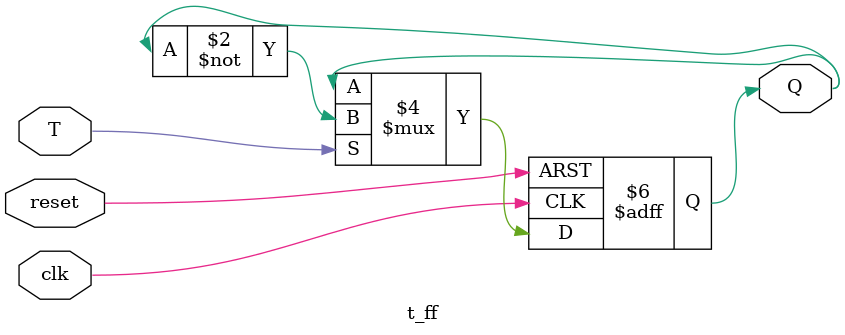
<source format=v>
`timescale 1ns / 1ps

module t_ff(
    input T,
    input clk,
    input reset,      
    output reg Q
);

    always @(posedge clk or posedge reset) begin
        if (reset)
            Q <= 1'b0; 
        else if (T)
            Q <= ~Q;           
        else
            Q <= Q;          
    end

endmodule

</source>
